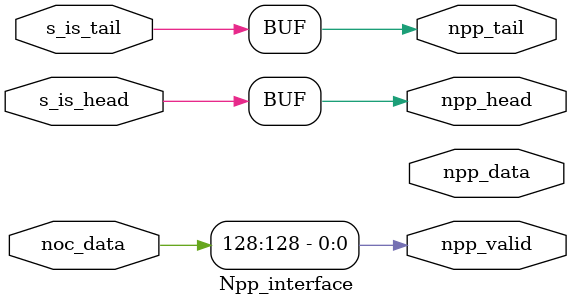
<source format=v>
module Npp_interface #(
    parameter   DATA_WIDTH      =      128            
)(
    input     [DATA_WIDTH : 0]              noc_data      , //noc2axi data  
    input                                   s_is_head     ,
    input                                   s_is_tail     ,  

    output                                  npp_valid     ,
    output    [DATA_WIDTH - 1 : 0]          npp_data      ,
    output                                  npp_head      ,
    output                                  npp_tail            
);

assign  npp_valid               =                   noc_data[DATA_WIDTH]             ;
assign  npp_data                =                   npp_data[DATA_WIDTH - 1 : 0]     ;
assign  npp_head                =                   s_is_head                        ;
assign  npp_tail                =                   s_is_tail                        ;


endmodule

</source>
